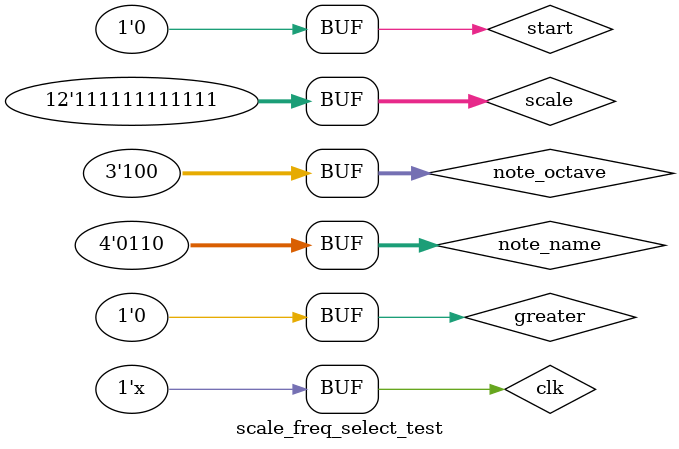
<source format=v>
`timescale 1ns / 1ps


module scale_freq_select_test;

	// Inputs
	reg [3:0] note_name;
	reg [2:0] note_octave;
	reg greater;
	reg [11:0] scale;
	reg start;
	reg clk;

	// Outputs
	wire done;
	wire [31:0] freq_desired;

	// Instantiate the Unit Under Test (UUT)
	scale_freq_select uut (
		.note_name(note_name), 
		.note_octave(note_octave), 
		.greater(greater), 
		.scale(scale), 
		.start(start), 
		.done(done), 
		.freq_desired(freq_desired)
	);
	
	initial clk <= 0;
	always #5 clk <= !clk;

	initial begin
		// Initialize Inputs
		note_name = 6;
		note_octave = 4;
		greater = 0;
		scale = 12'b111111111111;
		start = 0;

		// Wait 100 ns for global reset to finish
		#100;
        
		start = 1;
		#10 start = 0;
		// Add stimulus here

	end
      
endmodule


</source>
